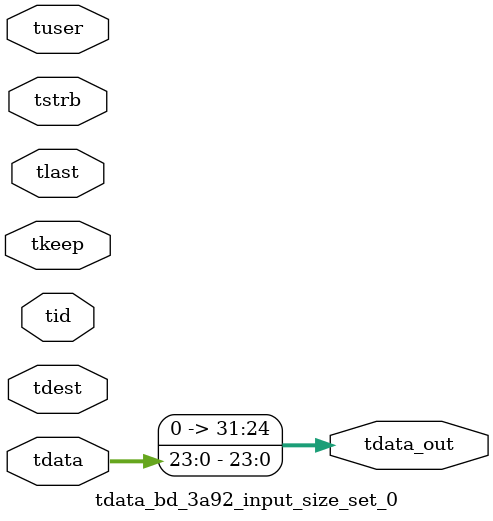
<source format=v>


`timescale 1ps/1ps

module tdata_bd_3a92_input_size_set_0 #
(
parameter C_S_AXIS_TDATA_WIDTH = 32,
parameter C_S_AXIS_TUSER_WIDTH = 0,
parameter C_S_AXIS_TID_WIDTH   = 0,
parameter C_S_AXIS_TDEST_WIDTH = 0,
parameter C_M_AXIS_TDATA_WIDTH = 32
)
(
input  [(C_S_AXIS_TDATA_WIDTH == 0 ? 1 : C_S_AXIS_TDATA_WIDTH)-1:0     ] tdata,
input  [(C_S_AXIS_TUSER_WIDTH == 0 ? 1 : C_S_AXIS_TUSER_WIDTH)-1:0     ] tuser,
input  [(C_S_AXIS_TID_WIDTH   == 0 ? 1 : C_S_AXIS_TID_WIDTH)-1:0       ] tid,
input  [(C_S_AXIS_TDEST_WIDTH == 0 ? 1 : C_S_AXIS_TDEST_WIDTH)-1:0     ] tdest,
input  [(C_S_AXIS_TDATA_WIDTH/8)-1:0 ] tkeep,
input  [(C_S_AXIS_TDATA_WIDTH/8)-1:0 ] tstrb,
input                                                                    tlast,
output [C_M_AXIS_TDATA_WIDTH-1:0] tdata_out
);

assign tdata_out = {tdata[23:0]};

endmodule


</source>
